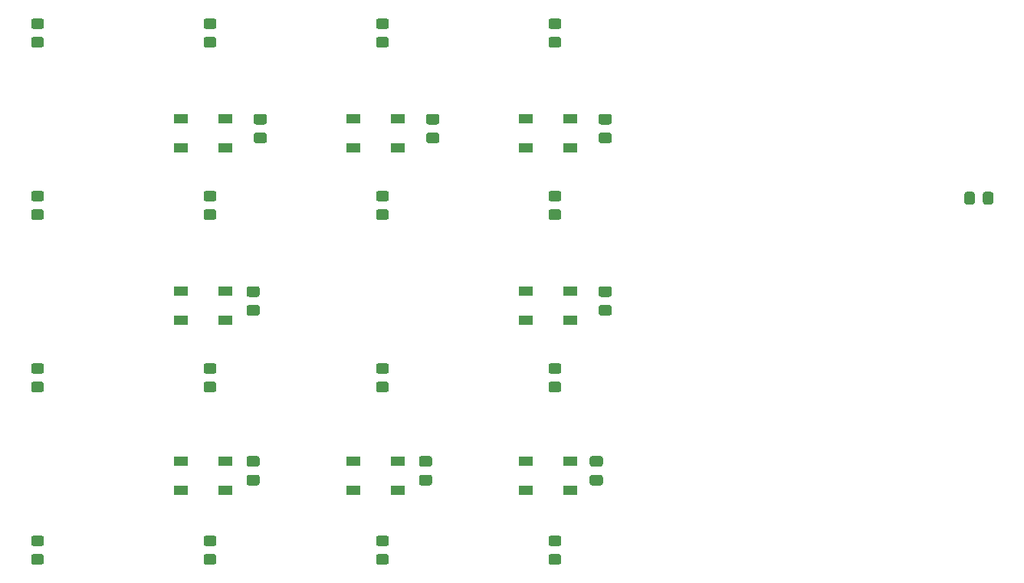
<source format=gbr>
%TF.GenerationSoftware,KiCad,Pcbnew,(5.1.9)-1*%
%TF.CreationDate,2021-03-11T10:21:24+08:00*%
%TF.ProjectId,Retrograde Pad,52657472-6f67-4726-9164-65205061642e,rev?*%
%TF.SameCoordinates,Original*%
%TF.FileFunction,Paste,Bot*%
%TF.FilePolarity,Positive*%
%FSLAX46Y46*%
G04 Gerber Fmt 4.6, Leading zero omitted, Abs format (unit mm)*
G04 Created by KiCad (PCBNEW (5.1.9)-1) date 2021-03-11 10:21:24*
%MOMM*%
%LPD*%
G01*
G04 APERTURE LIST*
%ADD10R,1.500000X1.000000*%
G04 APERTURE END LIST*
%TO.C,C1*%
G36*
G01*
X109218750Y-72025000D02*
X108268750Y-72025000D01*
G75*
G02*
X108018750Y-71775000I0J250000D01*
G01*
X108018750Y-71100000D01*
G75*
G02*
X108268750Y-70850000I250000J0D01*
G01*
X109218750Y-70850000D01*
G75*
G02*
X109468750Y-71100000I0J-250000D01*
G01*
X109468750Y-71775000D01*
G75*
G02*
X109218750Y-72025000I-250000J0D01*
G01*
G37*
G36*
G01*
X109218750Y-74100000D02*
X108268750Y-74100000D01*
G75*
G02*
X108018750Y-73850000I0J250000D01*
G01*
X108018750Y-73175000D01*
G75*
G02*
X108268750Y-72925000I250000J0D01*
G01*
X109218750Y-72925000D01*
G75*
G02*
X109468750Y-73175000I0J-250000D01*
G01*
X109468750Y-73850000D01*
G75*
G02*
X109218750Y-74100000I-250000J0D01*
G01*
G37*
%TD*%
%TO.C,C2*%
G36*
G01*
X145384500Y-110739250D02*
X146334500Y-110739250D01*
G75*
G02*
X146584500Y-110989250I0J-250000D01*
G01*
X146584500Y-111664250D01*
G75*
G02*
X146334500Y-111914250I-250000J0D01*
G01*
X145384500Y-111914250D01*
G75*
G02*
X145134500Y-111664250I0J250000D01*
G01*
X145134500Y-110989250D01*
G75*
G02*
X145384500Y-110739250I250000J0D01*
G01*
G37*
G36*
G01*
X145384500Y-108664250D02*
X146334500Y-108664250D01*
G75*
G02*
X146584500Y-108914250I0J-250000D01*
G01*
X146584500Y-109589250D01*
G75*
G02*
X146334500Y-109839250I-250000J0D01*
G01*
X145384500Y-109839250D01*
G75*
G02*
X145134500Y-109589250I0J250000D01*
G01*
X145134500Y-108914250D01*
G75*
G02*
X145384500Y-108664250I250000J0D01*
G01*
G37*
%TD*%
%TO.C,C3*%
G36*
G01*
X128268750Y-74100000D02*
X127318750Y-74100000D01*
G75*
G02*
X127068750Y-73850000I0J250000D01*
G01*
X127068750Y-73175000D01*
G75*
G02*
X127318750Y-72925000I250000J0D01*
G01*
X128268750Y-72925000D01*
G75*
G02*
X128518750Y-73175000I0J-250000D01*
G01*
X128518750Y-73850000D01*
G75*
G02*
X128268750Y-74100000I-250000J0D01*
G01*
G37*
G36*
G01*
X128268750Y-72025000D02*
X127318750Y-72025000D01*
G75*
G02*
X127068750Y-71775000I0J250000D01*
G01*
X127068750Y-71100000D01*
G75*
G02*
X127318750Y-70850000I250000J0D01*
G01*
X128268750Y-70850000D01*
G75*
G02*
X128518750Y-71100000I0J-250000D01*
G01*
X128518750Y-71775000D01*
G75*
G02*
X128268750Y-72025000I-250000J0D01*
G01*
G37*
%TD*%
%TO.C,C4*%
G36*
G01*
X126525000Y-108664250D02*
X127475000Y-108664250D01*
G75*
G02*
X127725000Y-108914250I0J-250000D01*
G01*
X127725000Y-109589250D01*
G75*
G02*
X127475000Y-109839250I-250000J0D01*
G01*
X126525000Y-109839250D01*
G75*
G02*
X126275000Y-109589250I0J250000D01*
G01*
X126275000Y-108914250D01*
G75*
G02*
X126525000Y-108664250I250000J0D01*
G01*
G37*
G36*
G01*
X126525000Y-110739250D02*
X127475000Y-110739250D01*
G75*
G02*
X127725000Y-110989250I0J-250000D01*
G01*
X127725000Y-111664250D01*
G75*
G02*
X127475000Y-111914250I-250000J0D01*
G01*
X126525000Y-111914250D01*
G75*
G02*
X126275000Y-111664250I0J250000D01*
G01*
X126275000Y-110989250D01*
G75*
G02*
X126525000Y-110739250I250000J0D01*
G01*
G37*
%TD*%
%TO.C,C5*%
G36*
G01*
X147318750Y-72025000D02*
X146368750Y-72025000D01*
G75*
G02*
X146118750Y-71775000I0J250000D01*
G01*
X146118750Y-71100000D01*
G75*
G02*
X146368750Y-70850000I250000J0D01*
G01*
X147318750Y-70850000D01*
G75*
G02*
X147568750Y-71100000I0J-250000D01*
G01*
X147568750Y-71775000D01*
G75*
G02*
X147318750Y-72025000I-250000J0D01*
G01*
G37*
G36*
G01*
X147318750Y-74100000D02*
X146368750Y-74100000D01*
G75*
G02*
X146118750Y-73850000I0J250000D01*
G01*
X146118750Y-73175000D01*
G75*
G02*
X146368750Y-72925000I250000J0D01*
G01*
X147318750Y-72925000D01*
G75*
G02*
X147568750Y-73175000I0J-250000D01*
G01*
X147568750Y-73850000D01*
G75*
G02*
X147318750Y-74100000I-250000J0D01*
G01*
G37*
%TD*%
%TO.C,C6*%
G36*
G01*
X107475000Y-110739250D02*
X108425000Y-110739250D01*
G75*
G02*
X108675000Y-110989250I0J-250000D01*
G01*
X108675000Y-111664250D01*
G75*
G02*
X108425000Y-111914250I-250000J0D01*
G01*
X107475000Y-111914250D01*
G75*
G02*
X107225000Y-111664250I0J250000D01*
G01*
X107225000Y-110989250D01*
G75*
G02*
X107475000Y-110739250I250000J0D01*
G01*
G37*
G36*
G01*
X107475000Y-108664250D02*
X108425000Y-108664250D01*
G75*
G02*
X108675000Y-108914250I0J-250000D01*
G01*
X108675000Y-109589250D01*
G75*
G02*
X108425000Y-109839250I-250000J0D01*
G01*
X107475000Y-109839250D01*
G75*
G02*
X107225000Y-109589250I0J250000D01*
G01*
X107225000Y-108914250D01*
G75*
G02*
X107475000Y-108664250I250000J0D01*
G01*
G37*
%TD*%
%TO.C,C7*%
G36*
G01*
X147318750Y-93150000D02*
X146368750Y-93150000D01*
G75*
G02*
X146118750Y-92900000I0J250000D01*
G01*
X146118750Y-92225000D01*
G75*
G02*
X146368750Y-91975000I250000J0D01*
G01*
X147318750Y-91975000D01*
G75*
G02*
X147568750Y-92225000I0J-250000D01*
G01*
X147568750Y-92900000D01*
G75*
G02*
X147318750Y-93150000I-250000J0D01*
G01*
G37*
G36*
G01*
X147318750Y-91075000D02*
X146368750Y-91075000D01*
G75*
G02*
X146118750Y-90825000I0J250000D01*
G01*
X146118750Y-90150000D01*
G75*
G02*
X146368750Y-89900000I250000J0D01*
G01*
X147318750Y-89900000D01*
G75*
G02*
X147568750Y-90150000I0J-250000D01*
G01*
X147568750Y-90825000D01*
G75*
G02*
X147318750Y-91075000I-250000J0D01*
G01*
G37*
%TD*%
%TO.C,C8*%
G36*
G01*
X107475000Y-89900000D02*
X108425000Y-89900000D01*
G75*
G02*
X108675000Y-90150000I0J-250000D01*
G01*
X108675000Y-90825000D01*
G75*
G02*
X108425000Y-91075000I-250000J0D01*
G01*
X107475000Y-91075000D01*
G75*
G02*
X107225000Y-90825000I0J250000D01*
G01*
X107225000Y-90150000D01*
G75*
G02*
X107475000Y-89900000I250000J0D01*
G01*
G37*
G36*
G01*
X107475000Y-91975000D02*
X108425000Y-91975000D01*
G75*
G02*
X108675000Y-92225000I0J-250000D01*
G01*
X108675000Y-92900000D01*
G75*
G02*
X108425000Y-93150000I-250000J0D01*
G01*
X107475000Y-93150000D01*
G75*
G02*
X107225000Y-92900000I0J250000D01*
G01*
X107225000Y-92225000D01*
G75*
G02*
X107475000Y-91975000I250000J0D01*
G01*
G37*
%TD*%
D10*
%TO.C,D18*%
X104843750Y-71425000D03*
X104843750Y-74625000D03*
X99943750Y-71425000D03*
X99943750Y-74625000D03*
%TD*%
%TO.C,D19*%
X138043750Y-112439250D03*
X138043750Y-109239250D03*
X142943750Y-112439250D03*
X142943750Y-109239250D03*
%TD*%
%TO.C,D20*%
X118993750Y-74625000D03*
X118993750Y-71425000D03*
X123893750Y-74625000D03*
X123893750Y-71425000D03*
%TD*%
%TO.C,D21*%
X123893750Y-109239250D03*
X123893750Y-112439250D03*
X118993750Y-109239250D03*
X118993750Y-112439250D03*
%TD*%
%TO.C,D22*%
X142943750Y-71425000D03*
X142943750Y-74625000D03*
X138043750Y-71425000D03*
X138043750Y-74625000D03*
%TD*%
%TO.C,D23*%
X99943750Y-112439250D03*
X99943750Y-109239250D03*
X104843750Y-112439250D03*
X104843750Y-109239250D03*
%TD*%
%TO.C,D24*%
X138043750Y-93675000D03*
X138043750Y-90475000D03*
X142943750Y-93675000D03*
X142943750Y-90475000D03*
%TD*%
%TO.C,D25*%
X104843750Y-90475000D03*
X104843750Y-93675000D03*
X99943750Y-90475000D03*
X99943750Y-93675000D03*
%TD*%
%TO.C,D1*%
G36*
G01*
X188568750Y-80618751D02*
X188568750Y-79718749D01*
G75*
G02*
X188818749Y-79468750I249999J0D01*
G01*
X189468751Y-79468750D01*
G75*
G02*
X189718750Y-79718749I0J-249999D01*
G01*
X189718750Y-80618751D01*
G75*
G02*
X189468751Y-80868750I-249999J0D01*
G01*
X188818749Y-80868750D01*
G75*
G02*
X188568750Y-80618751I0J249999D01*
G01*
G37*
G36*
G01*
X186518750Y-80618751D02*
X186518750Y-79718749D01*
G75*
G02*
X186768749Y-79468750I249999J0D01*
G01*
X187418751Y-79468750D01*
G75*
G02*
X187668750Y-79718749I0J-249999D01*
G01*
X187668750Y-80618751D01*
G75*
G02*
X187418751Y-80868750I-249999J0D01*
G01*
X186768749Y-80868750D01*
G75*
G02*
X186518750Y-80618751I0J249999D01*
G01*
G37*
%TD*%
%TO.C,D2*%
G36*
G01*
X83687499Y-60312500D02*
X84587501Y-60312500D01*
G75*
G02*
X84837500Y-60562499I0J-249999D01*
G01*
X84837500Y-61212501D01*
G75*
G02*
X84587501Y-61462500I-249999J0D01*
G01*
X83687499Y-61462500D01*
G75*
G02*
X83437500Y-61212501I0J249999D01*
G01*
X83437500Y-60562499D01*
G75*
G02*
X83687499Y-60312500I249999J0D01*
G01*
G37*
G36*
G01*
X83687499Y-62362500D02*
X84587501Y-62362500D01*
G75*
G02*
X84837500Y-62612499I0J-249999D01*
G01*
X84837500Y-63262501D01*
G75*
G02*
X84587501Y-63512500I-249999J0D01*
G01*
X83687499Y-63512500D01*
G75*
G02*
X83437500Y-63262501I0J249999D01*
G01*
X83437500Y-62612499D01*
G75*
G02*
X83687499Y-62362500I249999J0D01*
G01*
G37*
%TD*%
%TO.C,D3*%
G36*
G01*
X83687499Y-79362500D02*
X84587501Y-79362500D01*
G75*
G02*
X84837500Y-79612499I0J-249999D01*
G01*
X84837500Y-80262501D01*
G75*
G02*
X84587501Y-80512500I-249999J0D01*
G01*
X83687499Y-80512500D01*
G75*
G02*
X83437500Y-80262501I0J249999D01*
G01*
X83437500Y-79612499D01*
G75*
G02*
X83687499Y-79362500I249999J0D01*
G01*
G37*
G36*
G01*
X83687499Y-81412500D02*
X84587501Y-81412500D01*
G75*
G02*
X84837500Y-81662499I0J-249999D01*
G01*
X84837500Y-82312501D01*
G75*
G02*
X84587501Y-82562500I-249999J0D01*
G01*
X83687499Y-82562500D01*
G75*
G02*
X83437500Y-82312501I0J249999D01*
G01*
X83437500Y-81662499D01*
G75*
G02*
X83687499Y-81412500I249999J0D01*
G01*
G37*
%TD*%
%TO.C,D4*%
G36*
G01*
X83687499Y-100462500D02*
X84587501Y-100462500D01*
G75*
G02*
X84837500Y-100712499I0J-249999D01*
G01*
X84837500Y-101362501D01*
G75*
G02*
X84587501Y-101612500I-249999J0D01*
G01*
X83687499Y-101612500D01*
G75*
G02*
X83437500Y-101362501I0J249999D01*
G01*
X83437500Y-100712499D01*
G75*
G02*
X83687499Y-100462500I249999J0D01*
G01*
G37*
G36*
G01*
X83687499Y-98412500D02*
X84587501Y-98412500D01*
G75*
G02*
X84837500Y-98662499I0J-249999D01*
G01*
X84837500Y-99312501D01*
G75*
G02*
X84587501Y-99562500I-249999J0D01*
G01*
X83687499Y-99562500D01*
G75*
G02*
X83437500Y-99312501I0J249999D01*
G01*
X83437500Y-98662499D01*
G75*
G02*
X83687499Y-98412500I249999J0D01*
G01*
G37*
%TD*%
%TO.C,D5*%
G36*
G01*
X83687499Y-119512500D02*
X84587501Y-119512500D01*
G75*
G02*
X84837500Y-119762499I0J-249999D01*
G01*
X84837500Y-120412501D01*
G75*
G02*
X84587501Y-120662500I-249999J0D01*
G01*
X83687499Y-120662500D01*
G75*
G02*
X83437500Y-120412501I0J249999D01*
G01*
X83437500Y-119762499D01*
G75*
G02*
X83687499Y-119512500I249999J0D01*
G01*
G37*
G36*
G01*
X83687499Y-117462500D02*
X84587501Y-117462500D01*
G75*
G02*
X84837500Y-117712499I0J-249999D01*
G01*
X84837500Y-118362501D01*
G75*
G02*
X84587501Y-118612500I-249999J0D01*
G01*
X83687499Y-118612500D01*
G75*
G02*
X83437500Y-118362501I0J249999D01*
G01*
X83437500Y-117712499D01*
G75*
G02*
X83687499Y-117462500I249999J0D01*
G01*
G37*
%TD*%
%TO.C,D6*%
G36*
G01*
X102737499Y-62362500D02*
X103637501Y-62362500D01*
G75*
G02*
X103887500Y-62612499I0J-249999D01*
G01*
X103887500Y-63262501D01*
G75*
G02*
X103637501Y-63512500I-249999J0D01*
G01*
X102737499Y-63512500D01*
G75*
G02*
X102487500Y-63262501I0J249999D01*
G01*
X102487500Y-62612499D01*
G75*
G02*
X102737499Y-62362500I249999J0D01*
G01*
G37*
G36*
G01*
X102737499Y-60312500D02*
X103637501Y-60312500D01*
G75*
G02*
X103887500Y-60562499I0J-249999D01*
G01*
X103887500Y-61212501D01*
G75*
G02*
X103637501Y-61462500I-249999J0D01*
G01*
X102737499Y-61462500D01*
G75*
G02*
X102487500Y-61212501I0J249999D01*
G01*
X102487500Y-60562499D01*
G75*
G02*
X102737499Y-60312500I249999J0D01*
G01*
G37*
%TD*%
%TO.C,D7*%
G36*
G01*
X102737499Y-79362500D02*
X103637501Y-79362500D01*
G75*
G02*
X103887500Y-79612499I0J-249999D01*
G01*
X103887500Y-80262501D01*
G75*
G02*
X103637501Y-80512500I-249999J0D01*
G01*
X102737499Y-80512500D01*
G75*
G02*
X102487500Y-80262501I0J249999D01*
G01*
X102487500Y-79612499D01*
G75*
G02*
X102737499Y-79362500I249999J0D01*
G01*
G37*
G36*
G01*
X102737499Y-81412500D02*
X103637501Y-81412500D01*
G75*
G02*
X103887500Y-81662499I0J-249999D01*
G01*
X103887500Y-82312501D01*
G75*
G02*
X103637501Y-82562500I-249999J0D01*
G01*
X102737499Y-82562500D01*
G75*
G02*
X102487500Y-82312501I0J249999D01*
G01*
X102487500Y-81662499D01*
G75*
G02*
X102737499Y-81412500I249999J0D01*
G01*
G37*
%TD*%
%TO.C,D8*%
G36*
G01*
X102737499Y-98412500D02*
X103637501Y-98412500D01*
G75*
G02*
X103887500Y-98662499I0J-249999D01*
G01*
X103887500Y-99312501D01*
G75*
G02*
X103637501Y-99562500I-249999J0D01*
G01*
X102737499Y-99562500D01*
G75*
G02*
X102487500Y-99312501I0J249999D01*
G01*
X102487500Y-98662499D01*
G75*
G02*
X102737499Y-98412500I249999J0D01*
G01*
G37*
G36*
G01*
X102737499Y-100462500D02*
X103637501Y-100462500D01*
G75*
G02*
X103887500Y-100712499I0J-249999D01*
G01*
X103887500Y-101362501D01*
G75*
G02*
X103637501Y-101612500I-249999J0D01*
G01*
X102737499Y-101612500D01*
G75*
G02*
X102487500Y-101362501I0J249999D01*
G01*
X102487500Y-100712499D01*
G75*
G02*
X102737499Y-100462500I249999J0D01*
G01*
G37*
%TD*%
%TO.C,D9*%
G36*
G01*
X102737499Y-117462500D02*
X103637501Y-117462500D01*
G75*
G02*
X103887500Y-117712499I0J-249999D01*
G01*
X103887500Y-118362501D01*
G75*
G02*
X103637501Y-118612500I-249999J0D01*
G01*
X102737499Y-118612500D01*
G75*
G02*
X102487500Y-118362501I0J249999D01*
G01*
X102487500Y-117712499D01*
G75*
G02*
X102737499Y-117462500I249999J0D01*
G01*
G37*
G36*
G01*
X102737499Y-119512500D02*
X103637501Y-119512500D01*
G75*
G02*
X103887500Y-119762499I0J-249999D01*
G01*
X103887500Y-120412501D01*
G75*
G02*
X103637501Y-120662500I-249999J0D01*
G01*
X102737499Y-120662500D01*
G75*
G02*
X102487500Y-120412501I0J249999D01*
G01*
X102487500Y-119762499D01*
G75*
G02*
X102737499Y-119512500I249999J0D01*
G01*
G37*
%TD*%
%TO.C,D10*%
G36*
G01*
X121787499Y-60312500D02*
X122687501Y-60312500D01*
G75*
G02*
X122937500Y-60562499I0J-249999D01*
G01*
X122937500Y-61212501D01*
G75*
G02*
X122687501Y-61462500I-249999J0D01*
G01*
X121787499Y-61462500D01*
G75*
G02*
X121537500Y-61212501I0J249999D01*
G01*
X121537500Y-60562499D01*
G75*
G02*
X121787499Y-60312500I249999J0D01*
G01*
G37*
G36*
G01*
X121787499Y-62362500D02*
X122687501Y-62362500D01*
G75*
G02*
X122937500Y-62612499I0J-249999D01*
G01*
X122937500Y-63262501D01*
G75*
G02*
X122687501Y-63512500I-249999J0D01*
G01*
X121787499Y-63512500D01*
G75*
G02*
X121537500Y-63262501I0J249999D01*
G01*
X121537500Y-62612499D01*
G75*
G02*
X121787499Y-62362500I249999J0D01*
G01*
G37*
%TD*%
%TO.C,D11*%
G36*
G01*
X121787499Y-81412500D02*
X122687501Y-81412500D01*
G75*
G02*
X122937500Y-81662499I0J-249999D01*
G01*
X122937500Y-82312501D01*
G75*
G02*
X122687501Y-82562500I-249999J0D01*
G01*
X121787499Y-82562500D01*
G75*
G02*
X121537500Y-82312501I0J249999D01*
G01*
X121537500Y-81662499D01*
G75*
G02*
X121787499Y-81412500I249999J0D01*
G01*
G37*
G36*
G01*
X121787499Y-79362500D02*
X122687501Y-79362500D01*
G75*
G02*
X122937500Y-79612499I0J-249999D01*
G01*
X122937500Y-80262501D01*
G75*
G02*
X122687501Y-80512500I-249999J0D01*
G01*
X121787499Y-80512500D01*
G75*
G02*
X121537500Y-80262501I0J249999D01*
G01*
X121537500Y-79612499D01*
G75*
G02*
X121787499Y-79362500I249999J0D01*
G01*
G37*
%TD*%
%TO.C,D12*%
G36*
G01*
X121787499Y-100462500D02*
X122687501Y-100462500D01*
G75*
G02*
X122937500Y-100712499I0J-249999D01*
G01*
X122937500Y-101362501D01*
G75*
G02*
X122687501Y-101612500I-249999J0D01*
G01*
X121787499Y-101612500D01*
G75*
G02*
X121537500Y-101362501I0J249999D01*
G01*
X121537500Y-100712499D01*
G75*
G02*
X121787499Y-100462500I249999J0D01*
G01*
G37*
G36*
G01*
X121787499Y-98412500D02*
X122687501Y-98412500D01*
G75*
G02*
X122937500Y-98662499I0J-249999D01*
G01*
X122937500Y-99312501D01*
G75*
G02*
X122687501Y-99562500I-249999J0D01*
G01*
X121787499Y-99562500D01*
G75*
G02*
X121537500Y-99312501I0J249999D01*
G01*
X121537500Y-98662499D01*
G75*
G02*
X121787499Y-98412500I249999J0D01*
G01*
G37*
%TD*%
%TO.C,D13*%
G36*
G01*
X121787499Y-117462500D02*
X122687501Y-117462500D01*
G75*
G02*
X122937500Y-117712499I0J-249999D01*
G01*
X122937500Y-118362501D01*
G75*
G02*
X122687501Y-118612500I-249999J0D01*
G01*
X121787499Y-118612500D01*
G75*
G02*
X121537500Y-118362501I0J249999D01*
G01*
X121537500Y-117712499D01*
G75*
G02*
X121787499Y-117462500I249999J0D01*
G01*
G37*
G36*
G01*
X121787499Y-119512500D02*
X122687501Y-119512500D01*
G75*
G02*
X122937500Y-119762499I0J-249999D01*
G01*
X122937500Y-120412501D01*
G75*
G02*
X122687501Y-120662500I-249999J0D01*
G01*
X121787499Y-120662500D01*
G75*
G02*
X121537500Y-120412501I0J249999D01*
G01*
X121537500Y-119762499D01*
G75*
G02*
X121787499Y-119512500I249999J0D01*
G01*
G37*
%TD*%
%TO.C,D14*%
G36*
G01*
X140837499Y-62362500D02*
X141737501Y-62362500D01*
G75*
G02*
X141987500Y-62612499I0J-249999D01*
G01*
X141987500Y-63262501D01*
G75*
G02*
X141737501Y-63512500I-249999J0D01*
G01*
X140837499Y-63512500D01*
G75*
G02*
X140587500Y-63262501I0J249999D01*
G01*
X140587500Y-62612499D01*
G75*
G02*
X140837499Y-62362500I249999J0D01*
G01*
G37*
G36*
G01*
X140837499Y-60312500D02*
X141737501Y-60312500D01*
G75*
G02*
X141987500Y-60562499I0J-249999D01*
G01*
X141987500Y-61212501D01*
G75*
G02*
X141737501Y-61462500I-249999J0D01*
G01*
X140837499Y-61462500D01*
G75*
G02*
X140587500Y-61212501I0J249999D01*
G01*
X140587500Y-60562499D01*
G75*
G02*
X140837499Y-60312500I249999J0D01*
G01*
G37*
%TD*%
%TO.C,D15*%
G36*
G01*
X140837499Y-79362500D02*
X141737501Y-79362500D01*
G75*
G02*
X141987500Y-79612499I0J-249999D01*
G01*
X141987500Y-80262501D01*
G75*
G02*
X141737501Y-80512500I-249999J0D01*
G01*
X140837499Y-80512500D01*
G75*
G02*
X140587500Y-80262501I0J249999D01*
G01*
X140587500Y-79612499D01*
G75*
G02*
X140837499Y-79362500I249999J0D01*
G01*
G37*
G36*
G01*
X140837499Y-81412500D02*
X141737501Y-81412500D01*
G75*
G02*
X141987500Y-81662499I0J-249999D01*
G01*
X141987500Y-82312501D01*
G75*
G02*
X141737501Y-82562500I-249999J0D01*
G01*
X140837499Y-82562500D01*
G75*
G02*
X140587500Y-82312501I0J249999D01*
G01*
X140587500Y-81662499D01*
G75*
G02*
X140837499Y-81412500I249999J0D01*
G01*
G37*
%TD*%
%TO.C,D16*%
G36*
G01*
X140837499Y-98412500D02*
X141737501Y-98412500D01*
G75*
G02*
X141987500Y-98662499I0J-249999D01*
G01*
X141987500Y-99312501D01*
G75*
G02*
X141737501Y-99562500I-249999J0D01*
G01*
X140837499Y-99562500D01*
G75*
G02*
X140587500Y-99312501I0J249999D01*
G01*
X140587500Y-98662499D01*
G75*
G02*
X140837499Y-98412500I249999J0D01*
G01*
G37*
G36*
G01*
X140837499Y-100462500D02*
X141737501Y-100462500D01*
G75*
G02*
X141987500Y-100712499I0J-249999D01*
G01*
X141987500Y-101362501D01*
G75*
G02*
X141737501Y-101612500I-249999J0D01*
G01*
X140837499Y-101612500D01*
G75*
G02*
X140587500Y-101362501I0J249999D01*
G01*
X140587500Y-100712499D01*
G75*
G02*
X140837499Y-100462500I249999J0D01*
G01*
G37*
%TD*%
%TO.C,D17*%
G36*
G01*
X140837499Y-119512500D02*
X141737501Y-119512500D01*
G75*
G02*
X141987500Y-119762499I0J-249999D01*
G01*
X141987500Y-120412501D01*
G75*
G02*
X141737501Y-120662500I-249999J0D01*
G01*
X140837499Y-120662500D01*
G75*
G02*
X140587500Y-120412501I0J249999D01*
G01*
X140587500Y-119762499D01*
G75*
G02*
X140837499Y-119512500I249999J0D01*
G01*
G37*
G36*
G01*
X140837499Y-117462500D02*
X141737501Y-117462500D01*
G75*
G02*
X141987500Y-117712499I0J-249999D01*
G01*
X141987500Y-118362501D01*
G75*
G02*
X141737501Y-118612500I-249999J0D01*
G01*
X140837499Y-118612500D01*
G75*
G02*
X140587500Y-118362501I0J249999D01*
G01*
X140587500Y-117712499D01*
G75*
G02*
X140837499Y-117462500I249999J0D01*
G01*
G37*
%TD*%
M02*

</source>
